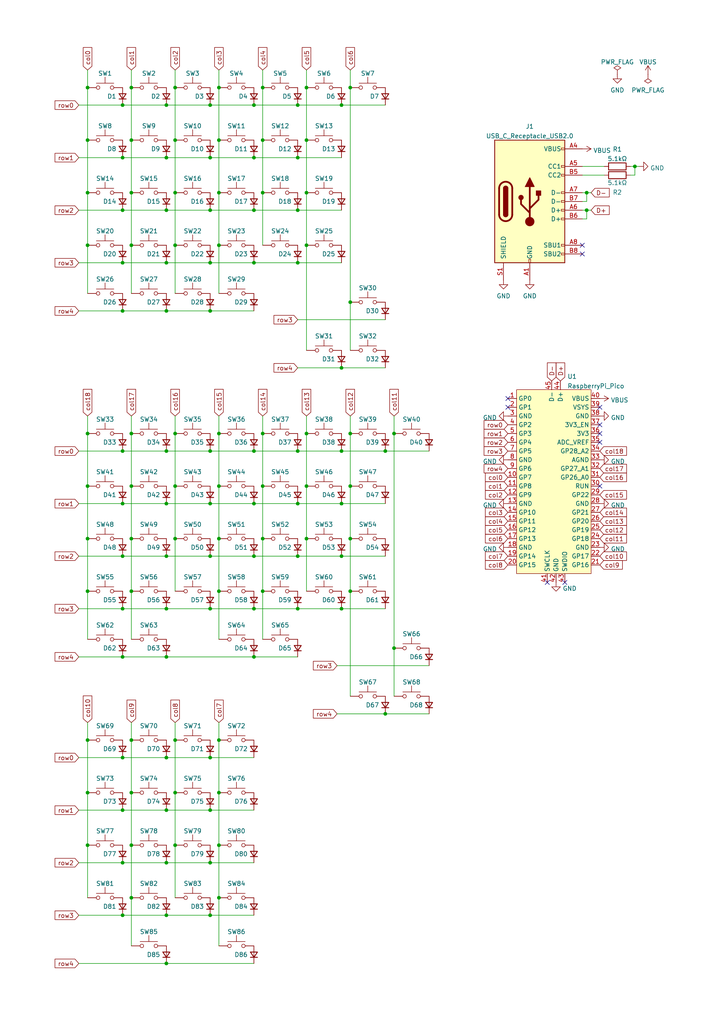
<source format=kicad_sch>
(kicad_sch (version 20211123) (generator eeschema)
  (paper "A4" portrait)
  (junction (at 38.1 214.63))
  (junction (at 25.4 40.64))
  (junction (at 38.1 71.12))
  (junction (at 101.6 171.45))
  (junction (at 99.06 106.68))
  (junction (at 50.8 229.87))
  (junction (at 35.56 60.96))
  (junction (at 35.56 265.43))
  (junction (at 50.8 25.4))
  (junction (at 60.96 130.81))
  (junction (at 170.18 55.88))
  (junction (at 60.96 90.17))
  (junction (at 48.26 219.71))
  (junction (at 184.15 48.26))
  (junction (at 38.1 125.73))
  (junction (at 114.3 187.96))
  (junction (at 48.26 190.5))
  (junction (at 99.06 146.05))
  (junction (at 88.9 55.88))
  (junction (at 35.56 219.71))
  (junction (at 63.5 156.21))
  (junction (at 35.56 130.81))
  (junction (at 50.8 71.12))
  (junction (at 86.36 76.2))
  (junction (at 88.9 125.73))
  (junction (at 76.2 156.21))
  (junction (at 35.56 250.19))
  (junction (at 63.5 140.97))
  (junction (at 88.9 40.64))
  (junction (at 50.8 140.97))
  (junction (at 73.66 190.5))
  (junction (at 35.56 161.29))
  (junction (at 38.1 245.11))
  (junction (at 60.96 30.48))
  (junction (at 111.76 207.01))
  (junction (at 101.6 25.4))
  (junction (at 73.66 146.05))
  (junction (at 35.56 76.2))
  (junction (at 76.2 125.73))
  (junction (at 170.18 60.96))
  (junction (at 48.26 130.81))
  (junction (at 38.1 260.35))
  (junction (at 86.36 30.48))
  (junction (at 50.8 156.21))
  (junction (at 38.1 140.97))
  (junction (at 88.9 140.97))
  (junction (at 76.2 40.64))
  (junction (at 63.5 71.12))
  (junction (at 76.2 25.4))
  (junction (at 99.06 161.29))
  (junction (at 60.96 60.96))
  (junction (at 25.4 156.21))
  (junction (at 50.8 125.73))
  (junction (at 35.56 146.05))
  (junction (at 73.66 60.96))
  (junction (at 50.8 40.64))
  (junction (at 73.66 161.29))
  (junction (at 73.66 76.2))
  (junction (at 60.96 146.05))
  (junction (at 38.1 171.45))
  (junction (at 60.96 161.29))
  (junction (at 63.5 40.64))
  (junction (at 114.3 125.73))
  (junction (at 48.26 234.95))
  (junction (at 63.5 25.4))
  (junction (at 48.26 146.05))
  (junction (at 99.06 30.48))
  (junction (at 99.06 130.81))
  (junction (at 86.36 45.72))
  (junction (at 35.56 45.72))
  (junction (at 48.26 161.29))
  (junction (at 25.4 171.45))
  (junction (at 25.4 25.4))
  (junction (at 48.26 60.96))
  (junction (at 63.5 55.88))
  (junction (at 63.5 245.11))
  (junction (at 101.6 156.21))
  (junction (at 50.8 55.88))
  (junction (at 25.4 55.88))
  (junction (at 60.96 76.2))
  (junction (at 35.56 30.48))
  (junction (at 35.56 176.53))
  (junction (at 101.6 140.97))
  (junction (at 86.36 176.53))
  (junction (at 38.1 25.4))
  (junction (at 48.26 30.48))
  (junction (at 76.2 171.45))
  (junction (at 101.6 125.73))
  (junction (at 50.8 245.11))
  (junction (at 63.5 125.73))
  (junction (at 73.66 130.81))
  (junction (at 35.56 90.17))
  (junction (at 25.4 245.11))
  (junction (at 88.9 71.12))
  (junction (at 60.96 219.71))
  (junction (at 88.9 25.4))
  (junction (at 63.5 229.87))
  (junction (at 86.36 146.05))
  (junction (at 48.26 265.43))
  (junction (at 38.1 55.88))
  (junction (at 48.26 250.19))
  (junction (at 76.2 140.97))
  (junction (at 99.06 176.53))
  (junction (at 48.26 90.17))
  (junction (at 86.36 161.29))
  (junction (at 73.66 45.72))
  (junction (at 25.4 140.97))
  (junction (at 38.1 156.21))
  (junction (at 60.96 265.43))
  (junction (at 38.1 40.64))
  (junction (at 60.96 45.72))
  (junction (at 50.8 214.63))
  (junction (at 60.96 250.19))
  (junction (at 63.5 214.63))
  (junction (at 48.26 45.72))
  (junction (at 60.96 176.53))
  (junction (at 48.26 76.2))
  (junction (at 25.4 125.73))
  (junction (at 60.96 234.95))
  (junction (at 73.66 30.48))
  (junction (at 86.36 130.81))
  (junction (at 48.26 176.53))
  (junction (at 111.76 130.81))
  (junction (at 101.6 87.63))
  (junction (at 88.9 156.21))
  (junction (at 73.66 176.53))
  (junction (at 25.4 214.63))
  (junction (at 76.2 55.88))
  (junction (at 25.4 229.87))
  (junction (at 38.1 229.87))
  (junction (at 86.36 60.96))
  (junction (at 35.56 190.5))
  (junction (at 25.4 71.12))
  (junction (at 48.26 279.4))
  (junction (at 63.5 171.45))
  (junction (at 63.5 260.35))
  (junction (at 35.56 234.95))
  (no_connect (at 173.99 118.11))
  (no_connect (at 173.99 123.19))
  (no_connect (at 173.99 125.73))
  (no_connect (at 173.99 128.27))
  (no_connect (at 173.99 140.97))
  (no_connect (at 147.32 115.57))
  (no_connect (at 147.32 118.11))
  (no_connect (at 158.75 168.91))
  (no_connect (at 163.83 168.91))
  (no_connect (at 168.91 71.12))
  (no_connect (at 168.91 73.66))
  (wire (pts (xy 63.5 125.73) (xy 63.5 140.97)))
  (wire (pts (xy 76.2 20.32) (xy 76.2 25.4)))
  (wire (pts (xy 76.2 55.88) (xy 76.2 71.12)))
  (wire (pts (xy 99.06 130.81) (xy 111.76 130.81)))
  (wire (pts (xy 50.8 229.87) (xy 50.8 245.11)))
  (wire (pts (xy 35.56 146.05) (xy 48.26 146.05)))
  (wire (pts (xy 50.8 55.88) (xy 50.8 71.12)))
  (wire (pts (xy 35.56 219.71) (xy 48.26 219.71)))
  (wire (pts (xy 88.9 40.64) (xy 88.9 55.88)))
  (wire (pts (xy 60.96 60.96) (xy 73.66 60.96)))
  (wire (pts (xy 48.26 60.96) (xy 60.96 60.96)))
  (wire (pts (xy 76.2 25.4) (xy 76.2 40.64)))
  (wire (pts (xy 111.76 207.01) (xy 124.46 207.01)))
  (wire (pts (xy 38.1 260.35) (xy 38.1 274.32)))
  (wire (pts (xy 88.9 156.21) (xy 88.9 171.45)))
  (wire (pts (xy 63.5 140.97) (xy 63.5 156.21)))
  (wire (pts (xy 63.5 214.63) (xy 63.5 229.87)))
  (wire (pts (xy 60.96 219.71) (xy 73.66 219.71)))
  (wire (pts (xy 48.26 146.05) (xy 60.96 146.05)))
  (wire (pts (xy 48.26 250.19) (xy 60.96 250.19)))
  (wire (pts (xy 60.96 250.19) (xy 73.66 250.19)))
  (wire (pts (xy 35.56 30.48) (xy 48.26 30.48)))
  (wire (pts (xy 101.6 20.32) (xy 101.6 25.4)))
  (wire (pts (xy 60.96 146.05) (xy 73.66 146.05)))
  (wire (pts (xy 60.96 234.95) (xy 73.66 234.95)))
  (wire (pts (xy 60.96 30.48) (xy 73.66 30.48)))
  (wire (pts (xy 25.4 20.32) (xy 25.4 25.4)))
  (wire (pts (xy 86.36 176.53) (xy 99.06 176.53)))
  (wire (pts (xy 170.18 55.88) (xy 170.18 58.42)))
  (wire (pts (xy 101.6 125.73) (xy 101.6 140.97)))
  (wire (pts (xy 86.36 45.72) (xy 99.06 45.72)))
  (wire (pts (xy 25.4 245.11) (xy 25.4 260.35)))
  (wire (pts (xy 38.1 140.97) (xy 38.1 156.21)))
  (wire (pts (xy 182.88 48.26) (xy 184.15 48.26)))
  (wire (pts (xy 182.88 50.8) (xy 184.15 50.8)))
  (wire (pts (xy 86.36 146.05) (xy 99.06 146.05)))
  (wire (pts (xy 25.4 71.12) (xy 25.4 85.09)))
  (wire (pts (xy 76.2 120.65) (xy 76.2 125.73)))
  (wire (pts (xy 25.4 55.88) (xy 25.4 71.12)))
  (wire (pts (xy 86.36 106.68) (xy 99.06 106.68)))
  (wire (pts (xy 25.4 156.21) (xy 25.4 171.45)))
  (wire (pts (xy 38.1 71.12) (xy 38.1 85.09)))
  (wire (pts (xy 22.86 130.81) (xy 35.56 130.81)))
  (wire (pts (xy 48.26 219.71) (xy 60.96 219.71)))
  (wire (pts (xy 86.36 92.71) (xy 111.76 92.71)))
  (wire (pts (xy 63.5 25.4) (xy 63.5 40.64)))
  (wire (pts (xy 60.96 161.29) (xy 73.66 161.29)))
  (wire (pts (xy 50.8 20.32) (xy 50.8 25.4)))
  (wire (pts (xy 25.4 209.55) (xy 25.4 214.63)))
  (wire (pts (xy 50.8 140.97) (xy 50.8 156.21)))
  (wire (pts (xy 35.56 190.5) (xy 48.26 190.5)))
  (wire (pts (xy 48.26 190.5) (xy 73.66 190.5)))
  (wire (pts (xy 168.91 63.5) (xy 170.18 63.5)))
  (wire (pts (xy 184.15 50.8) (xy 184.15 48.26)))
  (wire (pts (xy 25.4 171.45) (xy 25.4 185.42)))
  (wire (pts (xy 35.56 234.95) (xy 48.26 234.95)))
  (wire (pts (xy 35.56 60.96) (xy 48.26 60.96)))
  (wire (pts (xy 22.86 60.96) (xy 35.56 60.96)))
  (wire (pts (xy 25.4 25.4) (xy 25.4 40.64)))
  (wire (pts (xy 99.06 30.48) (xy 111.76 30.48)))
  (wire (pts (xy 48.26 265.43) (xy 60.96 265.43)))
  (wire (pts (xy 73.66 130.81) (xy 86.36 130.81)))
  (wire (pts (xy 22.86 90.17) (xy 35.56 90.17)))
  (wire (pts (xy 50.8 40.64) (xy 50.8 55.88)))
  (wire (pts (xy 22.86 279.4) (xy 48.26 279.4)))
  (wire (pts (xy 114.3 125.73) (xy 114.3 187.96)))
  (wire (pts (xy 88.9 125.73) (xy 88.9 140.97)))
  (wire (pts (xy 50.8 214.63) (xy 50.8 229.87)))
  (wire (pts (xy 76.2 171.45) (xy 76.2 185.42)))
  (wire (pts (xy 22.86 30.48) (xy 35.56 30.48)))
  (wire (pts (xy 86.36 76.2) (xy 99.06 76.2)))
  (wire (pts (xy 76.2 125.73) (xy 76.2 140.97)))
  (wire (pts (xy 88.9 25.4) (xy 88.9 40.64)))
  (wire (pts (xy 101.6 120.65) (xy 101.6 125.73)))
  (wire (pts (xy 35.56 265.43) (xy 48.26 265.43)))
  (wire (pts (xy 38.1 120.65) (xy 38.1 125.73)))
  (wire (pts (xy 25.4 40.64) (xy 25.4 55.88)))
  (wire (pts (xy 38.1 209.55) (xy 38.1 214.63)))
  (wire (pts (xy 22.86 250.19) (xy 35.56 250.19)))
  (wire (pts (xy 168.91 60.96) (xy 170.18 60.96)))
  (wire (pts (xy 22.86 76.2) (xy 35.56 76.2)))
  (wire (pts (xy 50.8 125.73) (xy 50.8 140.97)))
  (wire (pts (xy 88.9 20.32) (xy 88.9 25.4)))
  (wire (pts (xy 50.8 245.11) (xy 50.8 260.35)))
  (wire (pts (xy 111.76 130.81) (xy 124.46 130.81)))
  (wire (pts (xy 101.6 156.21) (xy 101.6 171.45)))
  (wire (pts (xy 50.8 156.21) (xy 50.8 171.45)))
  (wire (pts (xy 76.2 140.97) (xy 76.2 156.21)))
  (wire (pts (xy 88.9 55.88) (xy 88.9 71.12)))
  (wire (pts (xy 25.4 140.97) (xy 25.4 156.21)))
  (wire (pts (xy 86.36 161.29) (xy 99.06 161.29)))
  (wire (pts (xy 99.06 106.68) (xy 111.76 106.68)))
  (wire (pts (xy 101.6 87.63) (xy 101.6 101.6)))
  (wire (pts (xy 38.1 55.88) (xy 38.1 71.12)))
  (wire (pts (xy 63.5 245.11) (xy 63.5 260.35)))
  (wire (pts (xy 25.4 125.73) (xy 25.4 140.97)))
  (wire (pts (xy 38.1 125.73) (xy 38.1 140.97)))
  (wire (pts (xy 101.6 171.45) (xy 101.6 201.93)))
  (wire (pts (xy 22.86 265.43) (xy 35.56 265.43)))
  (wire (pts (xy 38.1 171.45) (xy 38.1 185.42)))
  (wire (pts (xy 73.66 45.72) (xy 86.36 45.72)))
  (wire (pts (xy 48.26 161.29) (xy 60.96 161.29)))
  (wire (pts (xy 48.26 176.53) (xy 60.96 176.53)))
  (wire (pts (xy 101.6 25.4) (xy 101.6 87.63)))
  (wire (pts (xy 63.5 55.88) (xy 63.5 71.12)))
  (wire (pts (xy 99.06 146.05) (xy 111.76 146.05)))
  (wire (pts (xy 22.86 176.53) (xy 35.56 176.53)))
  (wire (pts (xy 60.96 45.72) (xy 73.66 45.72)))
  (wire (pts (xy 35.56 76.2) (xy 48.26 76.2)))
  (wire (pts (xy 38.1 20.32) (xy 38.1 25.4)))
  (wire (pts (xy 97.79 193.04) (xy 124.46 193.04)))
  (wire (pts (xy 63.5 229.87) (xy 63.5 245.11)))
  (wire (pts (xy 38.1 40.64) (xy 38.1 55.88)))
  (wire (pts (xy 63.5 260.35) (xy 63.5 274.32)))
  (wire (pts (xy 60.96 76.2) (xy 73.66 76.2)))
  (wire (pts (xy 48.26 234.95) (xy 60.96 234.95)))
  (wire (pts (xy 97.79 207.01) (xy 111.76 207.01)))
  (wire (pts (xy 88.9 120.65) (xy 88.9 125.73)))
  (wire (pts (xy 50.8 25.4) (xy 50.8 40.64)))
  (wire (pts (xy 86.36 130.81) (xy 99.06 130.81)))
  (wire (pts (xy 170.18 63.5) (xy 170.18 60.96)))
  (wire (pts (xy 99.06 176.53) (xy 111.76 176.53)))
  (wire (pts (xy 35.56 161.29) (xy 48.26 161.29)))
  (wire (pts (xy 22.86 219.71) (xy 35.56 219.71)))
  (wire (pts (xy 99.06 161.29) (xy 111.76 161.29)))
  (wire (pts (xy 25.4 214.63) (xy 25.4 229.87)))
  (wire (pts (xy 35.56 176.53) (xy 48.26 176.53)))
  (wire (pts (xy 25.4 229.87) (xy 25.4 245.11)))
  (wire (pts (xy 22.86 190.5) (xy 35.56 190.5)))
  (wire (pts (xy 48.26 90.17) (xy 60.96 90.17)))
  (wire (pts (xy 38.1 229.87) (xy 38.1 245.11)))
  (wire (pts (xy 168.91 50.8) (xy 175.26 50.8)))
  (wire (pts (xy 63.5 209.55) (xy 63.5 214.63)))
  (wire (pts (xy 38.1 245.11) (xy 38.1 260.35)))
  (wire (pts (xy 73.66 30.48) (xy 86.36 30.48)))
  (wire (pts (xy 60.96 176.53) (xy 73.66 176.53)))
  (wire (pts (xy 48.26 76.2) (xy 60.96 76.2)))
  (wire (pts (xy 73.66 76.2) (xy 86.36 76.2)))
  (wire (pts (xy 170.18 55.88) (xy 168.91 55.88)))
  (wire (pts (xy 50.8 120.65) (xy 50.8 125.73)))
  (wire (pts (xy 88.9 140.97) (xy 88.9 156.21)))
  (wire (pts (xy 38.1 25.4) (xy 38.1 40.64)))
  (wire (pts (xy 168.91 58.42) (xy 170.18 58.42)))
  (wire (pts (xy 35.56 250.19) (xy 48.26 250.19)))
  (wire (pts (xy 86.36 60.96) (xy 99.06 60.96)))
  (wire (pts (xy 35.56 130.81) (xy 48.26 130.81)))
  (wire (pts (xy 88.9 71.12) (xy 88.9 101.6)))
  (wire (pts (xy 48.26 30.48) (xy 60.96 30.48)))
  (wire (pts (xy 63.5 156.21) (xy 63.5 171.45)))
  (wire (pts (xy 22.86 234.95) (xy 35.56 234.95)))
  (wire (pts (xy 184.15 48.26) (xy 185.42 48.26)))
  (wire (pts (xy 76.2 156.21) (xy 76.2 171.45)))
  (wire (pts (xy 73.66 190.5) (xy 86.36 190.5)))
  (wire (pts (xy 63.5 171.45) (xy 63.5 185.42)))
  (wire (pts (xy 22.86 146.05) (xy 35.56 146.05)))
  (wire (pts (xy 170.18 60.96) (xy 171.45 60.96)))
  (wire (pts (xy 25.4 120.65) (xy 25.4 125.73)))
  (wire (pts (xy 114.3 120.65) (xy 114.3 125.73)))
  (wire (pts (xy 48.26 45.72) (xy 60.96 45.72)))
  (wire (pts (xy 50.8 71.12) (xy 50.8 85.09)))
  (wire (pts (xy 35.56 45.72) (xy 48.26 45.72)))
  (wire (pts (xy 38.1 214.63) (xy 38.1 229.87)))
  (wire (pts (xy 73.66 146.05) (xy 86.36 146.05)))
  (wire (pts (xy 63.5 40.64) (xy 63.5 55.88)))
  (wire (pts (xy 60.96 130.81) (xy 73.66 130.81)))
  (wire (pts (xy 50.8 209.55) (xy 50.8 214.63)))
  (wire (pts (xy 48.26 279.4) (xy 73.66 279.4)))
  (wire (pts (xy 63.5 71.12) (xy 63.5 85.09)))
  (wire (pts (xy 114.3 187.96) (xy 114.3 201.93)))
  (wire (pts (xy 86.36 30.48) (xy 99.06 30.48)))
  (wire (pts (xy 73.66 161.29) (xy 86.36 161.29)))
  (wire (pts (xy 101.6 140.97) (xy 101.6 156.21)))
  (wire (pts (xy 76.2 40.64) (xy 76.2 55.88)))
  (wire (pts (xy 63.5 20.32) (xy 63.5 25.4)))
  (wire (pts (xy 48.26 130.81) (xy 60.96 130.81)))
  (wire (pts (xy 35.56 90.17) (xy 48.26 90.17)))
  (wire (pts (xy 73.66 60.96) (xy 86.36 60.96)))
  (wire (pts (xy 60.96 265.43) (xy 73.66 265.43)))
  (wire (pts (xy 60.96 90.17) (xy 73.66 90.17)))
  (wire (pts (xy 22.86 161.29) (xy 35.56 161.29)))
  (wire (pts (xy 63.5 120.65) (xy 63.5 125.73)))
  (wire (pts (xy 38.1 156.21) (xy 38.1 171.45)))
  (wire (pts (xy 171.45 55.88) (xy 170.18 55.88)))
  (wire (pts (xy 168.91 48.26) (xy 175.26 48.26)))
  (wire (pts (xy 73.66 176.53) (xy 86.36 176.53)))
  (wire (pts (xy 22.86 45.72) (xy 35.56 45.72)))
  (global_label "col17" (shape input) (at 173.99 135.89 0) (property "Intersheet References" "${INTERSHEET_REFS}" (effects hide)))
  (global_label "col11" (shape input) (at 173.99 156.21 0) (property "Intersheet References" "${INTERSHEET_REFS}" (effects hide)))
  (global_label "col4" (shape input) (at 147.32 151.13 180) (property "Intersheet References" "${INTERSHEET_REFS}" (effects hide)))
  (global_label "col11" (shape input) (at 114.3 120.65 90) (property "Intersheet References" "${INTERSHEET_REFS}" (effects hide)))
  (global_label "row2" (shape input) (at 22.86 250.19 180) (property "Intersheet References" "${INTERSHEET_REFS}" (effects hide)))
  (global_label "row1" (shape input) (at 22.86 234.95 180) (property "Intersheet References" "${INTERSHEET_REFS}" (effects hide)))
  (global_label "row4" (shape input) (at 22.86 279.4 180) (property "Intersheet References" "${INTERSHEET_REFS}" (effects hide)))
  (global_label "col5" (shape input) (at 88.9 20.32 90) (property "Intersheet References" "${INTERSHEET_REFS}" (effects hide)))
  (global_label "row0" (shape input) (at 22.86 130.81 180) (property "Intersheet References" "${INTERSHEET_REFS}" (effects hide)))
  (global_label "col1" (shape input) (at 38.1 20.32 90) (property "Intersheet References" "${INTERSHEET_REFS}" (effects hide)))
  (global_label "row1" (shape input) (at 22.86 146.05 180) (property "Intersheet References" "${INTERSHEET_REFS}" (effects hide)))
  (global_label "row4" (shape input) (at 22.86 90.17 180) (property "Intersheet References" "${INTERSHEET_REFS}" (effects hide)))
  (global_label "row3" (shape input) (at 97.79 193.04 180) (property "Intersheet References" "${INTERSHEET_REFS}" (effects hide)))
  (global_label "col5" (shape input) (at 147.32 153.67 180) (property "Intersheet References" "${INTERSHEET_REFS}" (effects hide)))
  (global_label "col9" (shape input) (at 173.99 163.83 0) (property "Intersheet References" "${INTERSHEET_REFS}" (effects hide)))
  (global_label "col7" (shape input) (at 63.5 209.55 90) (property "Intersheet References" "${INTERSHEET_REFS}" (effects hide)))
  (global_label "row0" (shape input) (at 22.86 219.71 180) (property "Intersheet References" "${INTERSHEET_REFS}" (effects hide)))
  (global_label "D+" (shape input) (at 162.56 110.49 90) (property "Intersheet References" "${INTERSHEET_REFS}" (effects hide)))
  (global_label "col13" (shape input) (at 173.99 151.13 0) (property "Intersheet References" "${INTERSHEET_REFS}" (effects hide)))
  (global_label "col18" (shape input) (at 173.99 130.81 0) (property "Intersheet References" "${INTERSHEET_REFS}" (effects hide)))
  (global_label "row1" (shape input) (at 22.86 45.72 180) (property "Intersheet References" "${INTERSHEET_REFS}" (effects hide)))
  (global_label "col3" (shape input) (at 147.32 148.59 180) (property "Intersheet References" "${INTERSHEET_REFS}" (effects hide)))
  (global_label "D-" (shape input) (at 160.02 110.49 90) (property "Intersheet References" "${INTERSHEET_REFS}" (effects hide)))
  (global_label "row0" (shape input) (at 22.86 30.48 180) (property "Intersheet References" "${INTERSHEET_REFS}" (effects hide)))
  (global_label "row3" (shape input) (at 22.86 176.53 180) (property "Intersheet References" "${INTERSHEET_REFS}" (effects hide)))
  (global_label "row4" (shape input) (at 86.36 106.68 180) (property "Intersheet References" "${INTERSHEET_REFS}" (effects hide)))
  (global_label "col15" (shape input) (at 173.99 143.51 0) (property "Intersheet References" "${INTERSHEET_REFS}" (effects hide)))
  (global_label "row4" (shape input) (at 97.79 207.01 180) (property "Intersheet References" "${INTERSHEET_REFS}" (effects hide)))
  (global_label "col7" (shape input) (at 147.32 161.29 180) (property "Intersheet References" "${INTERSHEET_REFS}" (effects hide)))
  (global_label "row2" (shape input) (at 147.32 128.27 180) (property "Intersheet References" "${INTERSHEET_REFS}" (effects hide)))
  (global_label "col10" (shape input) (at 25.4 209.55 90) (property "Intersheet References" "${INTERSHEET_REFS}" (effects hide)))
  (global_label "col15" (shape input) (at 63.5 120.65 90) (property "Intersheet References" "${INTERSHEET_REFS}" (effects hide)))
  (global_label "col18" (shape input) (at 25.4 120.65 90) (property "Intersheet References" "${INTERSHEET_REFS}" (effects hide)))
  (global_label "col14" (shape input) (at 76.2 120.65 90) (property "Intersheet References" "${INTERSHEET_REFS}" (effects hide)))
  (global_label "col1" (shape input) (at 147.32 140.97 180) (property "Intersheet References" "${INTERSHEET_REFS}" (effects hide)))
  (global_label "row3" (shape input) (at 22.86 265.43 180) (property "Intersheet References" "${INTERSHEET_REFS}" (effects hide)))
  (global_label "col2" (shape input) (at 147.32 143.51 180) (property "Intersheet References" "${INTERSHEET_REFS}" (effects hide)))
  (global_label "row1" (shape input) (at 147.32 125.73 180) (property "Intersheet References" "${INTERSHEET_REFS}" (effects hide)))
  (global_label "col12" (shape input) (at 101.6 120.65 90) (property "Intersheet References" "${INTERSHEET_REFS}" (effects hide)))
  (global_label "col8" (shape input) (at 147.32 163.83 180) (property "Intersheet References" "${INTERSHEET_REFS}" (effects hide)))
  (global_label "row4" (shape input) (at 22.86 190.5 180) (property "Intersheet References" "${INTERSHEET_REFS}" (effects hide)))
  (global_label "col14" (shape input) (at 173.99 148.59 0) (property "Intersheet References" "${INTERSHEET_REFS}" (effects hide)))
  (global_label "row3" (shape input) (at 86.36 92.71 180) (property "Intersheet References" "${INTERSHEET_REFS}" (effects hide)))
  (global_label "row4" (shape input) (at 147.32 135.89 180) (property "Intersheet References" "${INTERSHEET_REFS}" (effects hide)))
  (global_label "row2" (shape input) (at 22.86 161.29 180) (property "Intersheet References" "${INTERSHEET_REFS}" (effects hide)))
  (global_label "col13" (shape input) (at 88.9 120.65 90) (property "Intersheet References" "${INTERSHEET_REFS}" (effects hide)))
  (global_label "row3" (shape input) (at 22.86 76.2 180) (property "Intersheet References" "${INTERSHEET_REFS}" (effects hide)))
  (global_label "col16" (shape input) (at 173.99 138.43 0) (property "Intersheet References" "${INTERSHEET_REFS}" (effects hide)))
  (global_label "col0" (shape input) (at 147.32 138.43 180) (property "Intersheet References" "${INTERSHEET_REFS}" (effects hide)))
  (global_label "col6" (shape input) (at 101.6 20.32 90) (property "Intersheet References" "${INTERSHEET_REFS}" (effects hide)))
  (global_label "row2" (shape input) (at 22.86 60.96 180) (property "Intersheet References" "${INTERSHEET_REFS}" (effects hide)))
  (global_label "col0" (shape input) (at 25.4 20.32 90) (property "Intersheet References" "${INTERSHEET_REFS}" (effects hide)))
  (global_label "row3" (shape input) (at 147.32 130.81 180) (property "Intersheet References" "${INTERSHEET_REFS}" (effects hide)))
  (global_label "col3" (shape input) (at 63.5 20.32 90) (property "Intersheet References" "${INTERSHEET_REFS}" (effects hide)))
  (global_label "col17" (shape input) (at 38.1 120.65 90) (property "Intersheet References" "${INTERSHEET_REFS}" (effects hide)))
  (global_label "col16" (shape input) (at 50.8 120.65 90) (property "Intersheet References" "${INTERSHEET_REFS}" (effects hide)))
  (global_label "D-" (shape input) (at 171.45 55.88 0) (property "Intersheet References" "${INTERSHEET_REFS}" (effects hide)))
  (global_label "col2" (shape input) (at 50.8 20.32 90) (property "Intersheet References" "${INTERSHEET_REFS}" (effects hide)))
  (global_label "col4" (shape input) (at 76.2 20.32 90) (property "Intersheet References" "${INTERSHEET_REFS}" (effects hide)))
  (global_label "D+" (shape input) (at 171.45 60.96 0) (property "Intersheet References" "${INTERSHEET_REFS}" (effects hide)))
  (global_label "col6" (shape input) (at 147.32 156.21 180) (property "Intersheet References" "${INTERSHEET_REFS}" (effects hide)))
  (global_label "col12" (shape input) (at 173.99 153.67 0) (property "Intersheet References" "${INTERSHEET_REFS}" (effects hide)))
  (global_label "col8" (shape input) (at 50.8 209.55 90) (property "Intersheet References" "${INTERSHEET_REFS}" (effects hide)))
  (global_label "col10" (shape input) (at 173.99 161.29 0) (property "Intersheet References" "${INTERSHEET_REFS}" (effects hide)))
  (global_label "col9" (shape input) (at 38.1 209.55 90) (property "Intersheet References" "${INTERSHEET_REFS}" (effects hide)))
  (global_label "row0" (shape input) (at 147.32 123.19 180) (property "Intersheet References" "${INTERSHEET_REFS}" (effects hide)))
  (symbol (lib_id "Switch:SW_Push") (at 81.28 25.4 0) (unit 1)
    (property "Reference" "SW5" (at 81.28 21.2876 0))
    (property "Value" "SW_Push" (effects hide))
    (property "Footprint" "concentric85:MX_1.00u_Hotswap" (effects hide))
  )
  (symbol (lib_id "Device:D_Small") (at 111.76 173.99 270) (mirror x) (unit 1)
    (property "Reference" "D61" (at 109.982 173.99 90) (effects (justify right)))
    (property "Value" "D_Small" (effects hide))
    (property "Footprint" "concentric85:D3_SMD" (effects hide))
  )
  (symbol (lib_id "Device:D_Small") (at 35.56 173.99 270) (mirror x) (unit 1)
    (property "Reference" "D55" (at 33.782 173.99 90) (effects (justify right)))
    (property "Value" "D_Small" (effects hide))
    (property "Footprint" "concentric85:D3_SMD" (effects hide))
  )
  (symbol (lib_id "Device:D_Small") (at 73.66 27.94 270) (mirror x) (unit 1)
    (property "Reference" "D4" (at 71.882 27.94 90) (effects (justify right)))
    (property "Value" "D_Small" (effects hide))
    (property "Footprint" "concentric85:D3_SMD" (effects hide))
  )
  (symbol (lib_id "Device:D_Small") (at 111.76 128.27 270) (mirror x) (unit 1)
    (property "Reference" "D39" (at 109.982 128.27 90) (effects (justify right)))
    (property "Value" "D_Small" (effects hide))
    (property "Footprint" "concentric85:D3_SMD" (effects hide))
  )
  (symbol (lib_id "Switch:SW_Push") (at 68.58 71.12 0) (unit 1)
    (property "Reference" "SW23" (at 68.58 67.0076 0))
    (property "Value" "SW_Push" (effects hide))
    (property "Footprint" "concentric85:MX_1.00u_Hotswap" (effects hide))
  )
  (symbol (lib_id "Switch:SW_Push") (at 30.48 125.73 0) (unit 1)
    (property "Reference" "SW33" (at 30.48 121.6176 0))
    (property "Value" "SW_Push" (effects hide))
    (property "Footprint" "concentric85:MX_1.00u_Hotswap" (effects hide))
  )
  (symbol (lib_id "Device:D_Small") (at 60.96 232.41 270) (mirror x) (unit 1)
    (property "Reference" "D75" (at 59.182 232.41 90) (effects (justify right)))
    (property "Value" "D_Small" (effects hide))
    (property "Footprint" "concentric85:D3_SMD" (effects hide))
  )
  (symbol (lib_id "Device:D_Small") (at 73.66 43.18 270) (mirror x) (unit 1)
    (property "Reference" "D11" (at 71.882 43.18 90) (effects (justify right)))
    (property "Value" "D_Small" (effects hide))
    (property "Footprint" "concentric85:D3_SMD" (effects hide))
  )
  (symbol (lib_id "Device:D_Small") (at 35.56 73.66 270) (mirror x) (unit 1)
    (property "Reference" "D20" (at 33.782 73.66 90) (effects (justify right)))
    (property "Value" "D_Small" (effects hide))
    (property "Footprint" "concentric85:D3_SMD" (effects hide))
  )
  (symbol (lib_id "Switch:SW_Push") (at 68.58 229.87 0) (unit 1)
    (property "Reference" "SW76" (at 68.58 225.7576 0))
    (property "Value" "SW_Push" (effects hide))
    (property "Footprint" "concentric85:MX_1.00u_Hotswap" (effects hide))
  )
  (symbol (lib_id "power:VBUS") (at 187.96 21.59 0) (unit 1)
    (property "Reference" "#PWR02" (effects hide))
    (property "Value" "VBUS" (at 187.96 17.9855 0))
  )
  (symbol (lib_id "Switch:SW_Push") (at 30.48 85.09 0) (unit 1)
    (property "Reference" "SW26" (at 30.48 80.9776 0))
    (property "Value" "SW_Push" (effects hide))
    (property "Footprint" "concentric85:MX_1.50u_Hotswap" (effects hide))
  )
  (symbol (lib_id "Device:D_Small") (at 35.56 187.96 270) (mirror x) (unit 1)
    (property "Reference" "D62" (at 33.782 187.96 90) (effects (justify right)))
    (property "Value" "D_Small" (effects hide))
    (property "Footprint" "concentric85:D3_SMD" (effects hide))
  )
  (symbol (lib_id "power:GND") (at 161.29 168.91 0) (unit 1)
    (property "Reference" "#PWR016" (effects hide))
    (property "Value" "GND" (at 163.195 170.659 0) (effects (justify left)))
  )
  (symbol (lib_id "Switch:SW_Push") (at 93.98 55.88 0) (unit 1)
    (property "Reference" "SW19" (at 93.98 51.7676 0))
    (property "Value" "SW_Push" (effects hide))
    (property "Footprint" "concentric85:MX_1.00u_Hotswap" (effects hide))
  )
  (symbol (lib_id "Switch:SW_Push") (at 68.58 40.64 0) (unit 1)
    (property "Reference" "SW11" (at 68.58 36.5276 0))
    (property "Value" "SW_Push" (effects hide))
    (property "Footprint" "concentric85:MX_1.00u_Hotswap" (effects hide))
  )
  (symbol (lib_id "Device:D_Small") (at 86.36 173.99 270) (mirror x) (unit 1)
    (property "Reference" "D59" (at 84.582 173.99 90) (effects (justify right)))
    (property "Value" "D_Small" (effects hide))
    (property "Footprint" "concentric85:D3_SMD" (effects hide))
  )
  (symbol (lib_id "Switch:SW_Push") (at 93.98 40.64 0) (unit 1)
    (property "Reference" "SW13" (at 93.98 36.5276 0))
    (property "Value" "SW_Push" (effects hide))
    (property "Footprint" "concentric85:MX_1.00u_Hotswap" (effects hide))
  )
  (symbol (lib_id "power:GND") (at 173.99 158.75 90) (unit 1)
    (property "Reference" "#PWR015" (effects hide))
    (property "Value" "GND" (at 177.165 159.229 90) (effects (justify right)))
  )
  (symbol (lib_id "Device:D_Small") (at 35.56 232.41 270) (mirror x) (unit 1)
    (property "Reference" "D73" (at 33.782 232.41 90) (effects (justify right)))
    (property "Value" "D_Small" (effects hide))
    (property "Footprint" "concentric85:D3_SMD" (effects hide))
  )
  (symbol (lib_id "Device:D_Small") (at 60.96 217.17 270) (mirror x) (unit 1)
    (property "Reference" "D71" (at 59.182 217.17 90) (effects (justify right)))
    (property "Value" "D_Small" (effects hide))
    (property "Footprint" "concentric85:D3_SMD" (effects hide))
  )
  (symbol (lib_id "Device:D_Small") (at 60.96 143.51 270) (mirror x) (unit 1)
    (property "Reference" "D43" (at 59.182 143.51 90) (effects (justify right)))
    (property "Value" "D_Small" (effects hide))
    (property "Footprint" "concentric85:D3_SMD" (effects hide))
  )
  (symbol (lib_id "Switch:SW_Push") (at 55.88 214.63 0) (unit 1)
    (property "Reference" "SW71" (at 55.88 210.5176 0))
    (property "Value" "SW_Push" (effects hide))
    (property "Footprint" "concentric85:MX_1.00u_Hotswap" (effects hide))
  )
  (symbol (lib_id "Device:D_Small") (at 99.06 104.14 270) (mirror x) (unit 1)
    (property "Reference" "D31" (at 97.282 104.14 90) (effects (justify right)))
    (property "Value" "D_Small" (effects hide))
    (property "Footprint" "concentric85:D3_SMD" (effects hide))
  )
  (symbol (lib_id "Switch:SW_Push") (at 43.18 214.63 0) (unit 1)
    (property "Reference" "SW70" (at 43.18 210.5176 0))
    (property "Value" "SW_Push" (effects hide))
    (property "Footprint" "concentric85:MX_1.00u_Hotswap" (effects hide))
  )
  (symbol (lib_id "power:GND") (at 147.32 146.05 270) (unit 1)
    (property "Reference" "#PWR012" (effects hide))
    (property "Value" "GND" (at 144.1451 146.529 90) (effects (justify right)))
  )
  (symbol (lib_id "Switch:SW_Push") (at 55.88 40.64 0) (unit 1)
    (property "Reference" "SW10" (at 55.88 36.5276 0))
    (property "Value" "SW_Push" (effects hide))
    (property "Footprint" "concentric85:MX_1.00u_Hotswap" (effects hide))
  )
  (symbol (lib_id "Switch:SW_Push") (at 30.48 214.63 0) (unit 1)
    (property "Reference" "SW69" (at 30.48 210.5176 0))
    (property "Value" "SW_Push" (effects hide))
    (property "Footprint" "concentric85:MX_1.00u_Hotswap" (effects hide))
  )
  (symbol (lib_id "Switch:SW_Push") (at 93.98 171.45 0) (unit 1)
    (property "Reference" "SW60" (at 93.98 167.3376 0))
    (property "Value" "SW_Push" (effects hide))
    (property "Footprint" "concentric85:MX_1.00u_Hotswap" (effects hide))
  )
  (symbol (lib_id "Switch:SW_Push") (at 68.58 85.09 0) (unit 1)
    (property "Reference" "SW29" (at 68.58 80.9776 0))
    (property "Value" "SW_Push" (effects hide))
    (property "Footprint" "concentric85:MX_1.50u_Hotswap" (effects hide))
  )
  (symbol (lib_id "Device:D_Small") (at 35.56 128.27 270) (mirror x) (unit 1)
    (property "Reference" "D33" (at 33.782 128.27 90) (effects (justify right)))
    (property "Value" "D_Small" (effects hide))
    (property "Footprint" "concentric85:D3_SMD" (effects hide))
  )
  (symbol (lib_id "Switch:SW_Push") (at 55.88 71.12 0) (unit 1)
    (property "Reference" "SW22" (at 55.88 67.0076 0))
    (property "Value" "SW_Push" (effects hide))
    (property "Footprint" "concentric85:MX_1.00u_Hotswap" (effects hide))
  )
  (symbol (lib_id "Device:D_Small") (at 48.26 58.42 270) (mirror x) (unit 1)
    (property "Reference" "D15" (at 46.482 58.42 90) (effects (justify right)))
    (property "Value" "D_Small" (effects hide))
    (property "Footprint" "concentric85:D3_SMD" (effects hide))
  )
  (symbol (lib_id "Switch:SW_Push") (at 43.18 40.64 0) (unit 1)
    (property "Reference" "SW9" (at 43.18 36.5276 0))
    (property "Value" "SW_Push" (effects hide))
    (property "Footprint" "concentric85:MX_1.00u_Hotswap" (effects hide))
  )
  (symbol (lib_id "Device:D_Small") (at 73.66 187.96 270) (mirror x) (unit 1)
    (property "Reference" "D64" (at 71.882 187.96 90) (effects (justify right)))
    (property "Value" "D_Small" (effects hide))
    (property "Footprint" "concentric85:D3_SMD" (effects hide))
  )
  (symbol (lib_id "Connector:USB_C_Receptacle_USB2.0") (at 153.67 58.42 0) (unit 1)
    (property "Reference" "J1" (at 153.67 36.6735 0))
    (property "Value" "USB_C_Receptacle_USB2.0" (at 153.67 39.4486 0))
    (property "Footprint" "Connector_USB:USB_C_Receptacle_GCT_USB4085" (effects hide))
    (property "Datasheet" "https://www.usb.org/sites/default/files/documents/usb_type-c.zip" (effects hide))
  )
  (symbol (lib_id "Device:D_Small") (at 60.96 27.94 270) (mirror x) (unit 1)
    (property "Reference" "D3" (at 59.182 27.94 90) (effects (justify right)))
    (property "Value" "D_Small" (effects hide))
    (property "Footprint" "concentric85:D3_SMD" (effects hide))
  )
  (symbol (lib_id "Switch:SW_Push") (at 55.88 245.11 0) (unit 1)
    (property "Reference" "SW79" (at 55.88 240.9976 0))
    (property "Value" "SW_Push" (effects hide))
    (property "Footprint" "concentric85:MX_1.00u_Hotswap" (effects hide))
  )
  (symbol (lib_id "Switch:SW_Push") (at 68.58 171.45 0) (unit 1)
    (property "Reference" "SW58" (at 68.58 167.3376 0))
    (property "Value" "SW_Push" (effects hide))
    (property "Footprint" "concentric85:MX_1.00u_Hotswap" (effects hide))
  )
  (symbol (lib_id "Switch:SW_Push") (at 30.48 156.21 0) (unit 1)
    (property "Reference" "SW48" (at 30.48 152.0976 0))
    (property "Value" "SW_Push" (effects hide))
    (property "Footprint" "concentric85:MX_1.00u_Hotswap" (effects hide))
  )
  (symbol (lib_id "power:GND") (at 173.99 133.35 90) (unit 1)
    (property "Reference" "#PWR011" (effects hide))
    (property "Value" "GND" (at 177.165 133.829 90) (effects (justify right)))
  )
  (symbol (lib_id "Switch:SW_Push") (at 68.58 156.21 0) (unit 1)
    (property "Reference" "SW51" (at 68.58 152.0976 0))
    (property "Value" "SW_Push" (effects hide))
    (property "Footprint" "concentric85:MX_1.00u_Hotswap" (effects hide))
  )
  (symbol (lib_id "Device:D_Small") (at 35.56 27.94 270) (mirror x) (unit 1)
    (property "Reference" "D1" (at 33.782 27.94 90) (effects (justify right)))
    (property "Value" "D_Small" (effects hide))
    (property "Footprint" "concentric85:D3_SMD" (effects hide))
  )
  (symbol (lib_id "Switch:SW_Push") (at 55.88 156.21 0) (unit 1)
    (property "Reference" "SW50" (at 55.88 152.0976 0))
    (property "Value" "SW_Push" (effects hide))
    (property "Footprint" "concentric85:MX_1.00u_Hotswap" (effects hide))
  )
  (symbol (lib_id "Device:D_Small") (at 60.96 87.63 270) (mirror x) (unit 1)
    (property "Reference" "D28" (at 59.182 87.63 90) (effects (justify right)))
    (property "Value" "D_Small" (effects hide))
    (property "Footprint" "concentric85:D3_SMD" (effects hide))
  )
  (symbol (lib_id "Switch:SW_Push") (at 43.18 274.32 0) (unit 1)
    (property "Reference" "SW85" (at 43.18 270.2076 0))
    (property "Value" "SW_Push" (effects hide))
    (property "Footprint" "concentric85:MX_1.00u_Hotswap" (effects hide))
  )
  (symbol (lib_id "Switch:SW_Push") (at 93.98 25.4 0) (unit 1)
    (property "Reference" "SW6" (at 93.98 21.2876 0))
    (property "Value" "SW_Push" (effects hide))
    (property "Footprint" "concentric85:MX_1.00u_Hotswap" (effects hide))
  )
  (symbol (lib_id "Device:D_Small") (at 35.56 87.63 270) (mirror x) (unit 1)
    (property "Reference" "D26" (at 33.782 87.63 90) (effects (justify right)))
    (property "Value" "D_Small" (effects hide))
    (property "Footprint" "concentric85:D3_SMD" (effects hide))
  )
  (symbol (lib_id "Switch:SW_Push") (at 93.98 101.6 0) (unit 1)
    (property "Reference" "SW31" (at 93.98 97.4876 0))
    (property "Value" "SW_Push" (effects hide))
    (property "Footprint" "concentric85:MX_1.00u_Hotswap" (effects hide))
  )
  (symbol (lib_id "Switch:SW_Push") (at 68.58 140.97 0) (unit 1)
    (property "Reference" "SW44" (at 68.58 136.8576 0))
    (property "Value" "SW_Push" (effects hide))
    (property "Footprint" "concentric85:MX_1.00u_Hotswap" (effects hide))
  )
  (symbol (lib_id "Switch:SW_Push") (at 55.88 25.4 0) (unit 1)
    (property "Reference" "SW3" (at 55.88 21.2876 0))
    (property "Value" "SW_Push" (effects hide))
    (property "Footprint" "concentric85:MX_1.00u_Hotswap" (effects hide))
  )
  (symbol (lib_id "Device:D_Small") (at 48.26 173.99 270) (mirror x) (unit 1)
    (property "Reference" "D56" (at 46.482 173.99 90) (effects (justify right)))
    (property "Value" "D_Small" (effects hide))
    (property "Footprint" "concentric85:D3_SMD" (effects hide))
  )
  (symbol (lib_id "power:GND") (at 185.42 48.26 90) (unit 1)
    (property "Reference" "#PWR04" (effects hide))
    (property "Value" "GND" (at 188.595 48.739 90) (effects (justify right)))
  )
  (symbol (lib_id "Device:D_Small") (at 73.66 143.51 270) (mirror x) (unit 1)
    (property "Reference" "D44" (at 71.882 143.51 90) (effects (justify right)))
    (property "Value" "D_Small" (effects hide))
    (property "Footprint" "concentric85:D3_SMD" (effects hide))
  )
  (symbol (lib_id "Switch:SW_Push") (at 81.28 55.88 0) (unit 1)
    (property "Reference" "SW18" (at 81.28 51.7676 0))
    (property "Value" "SW_Push" (effects hide))
    (property "Footprint" "concentric85:MX_1.00u_Hotswap" (effects hide))
  )
  (symbol (lib_id "Switch:SW_Push") (at 43.18 71.12 0) (unit 1)
    (property "Reference" "SW21" (at 43.18 67.0076 0))
    (property "Value" "SW_Push" (effects hide))
    (property "Footprint" "concentric85:MX_1.00u_Hotswap" (effects hide))
  )
  (symbol (lib_id "Switch:SW_Push") (at 106.68 25.4 0) (unit 1)
    (property "Reference" "SW7" (at 106.68 21.2876 0))
    (property "Value" "SW_Push" (effects hide))
    (property "Footprint" "concentric85:MX_1.00u_Hotswap" (effects hide))
  )
  (symbol (lib_id "Device:D_Small") (at 60.96 73.66 270) (mirror x) (unit 1)
    (property "Reference" "D22" (at 59.182 73.66 90) (effects (justify right)))
    (property "Value" "D_Small" (effects hide))
    (property "Footprint" "concentric85:D3_SMD" (effects hide))
  )
  (symbol (lib_id "Device:D_Small") (at 48.26 232.41 270) (mirror x) (unit 1)
    (property "Reference" "D74" (at 46.482 232.41 90) (effects (justify right)))
    (property "Value" "D_Small" (effects hide))
    (property "Footprint" "concentric85:D3_SMD" (effects hide))
  )
  (symbol (lib_id "Device:D_Small") (at 111.76 204.47 270) (mirror x) (unit 1)
    (property "Reference" "D67" (at 109.982 204.47 90) (effects (justify right)))
    (property "Value" "D_Small" (effects hide))
    (property "Footprint" "concentric85:D3_SMD" (effects hide))
  )
  (symbol (lib_id "Device:D_Small") (at 111.76 158.75 270) (mirror x) (unit 1)
    (property "Reference" "D54" (at 109.982 158.75 90) (effects (justify right)))
    (property "Value" "D_Small" (effects hide))
    (property "Footprint" "concentric85:D3_SMD" (effects hide))
  )
  (symbol (lib_id "Device:D_Small") (at 86.36 158.75 270) (mirror x) (unit 1)
    (property "Reference" "D52" (at 84.582 158.75 90) (effects (justify right)))
    (property "Value" "D_Small" (effects hide))
    (property "Footprint" "concentric85:D3_SMD" (effects hide))
  )
  (symbol (lib_id "Switch:SW_Push") (at 43.18 55.88 0) (unit 1)
    (property "Reference" "SW15" (at 43.18 51.7676 0))
    (property "Value" "SW_Push" (effects hide))
    (property "Footprint" "concentric85:MX_1.00u_Hotswap" (effects hide))
  )
  (symbol (lib_id "Device:D_Small") (at 73.66 262.89 270) (mirror x) (unit 1)
    (property "Reference" "D84" (at 71.882 262.89 90) (effects (justify right)))
    (property "Value" "D_Small" (effects hide))
    (property "Footprint" "concentric85:D3_SMD" (effects hide))
  )
  (symbol (lib_id "Switch:SW_Push") (at 106.68 125.73 0) (unit 1)
    (property "Reference" "SW39" (at 106.68 121.6176 0))
    (property "Value" "SW_Push" (effects hide))
    (property "Footprint" "concentric85:MX_1.00u_Hotswap" (effects hide))
  )
  (symbol (lib_id "Switch:SW_Push") (at 55.88 125.73 0) (unit 1)
    (property "Reference" "SW35" (at 55.88 121.6176 0))
    (property "Value" "SW_Push" (effects hide))
    (property "Footprint" "concentric85:MX_1.00u_Hotswap" (effects hide))
  )
  (symbol (lib_id "Device:R") (at 179.07 48.26 90) (unit 1)
    (property "Reference" "R1" (at 179.07 43.2775 90))
    (property "Value" "5.1kΩ" (at 179.07 46.0526 90))
    (property "Footprint" "Resistor_SMD:R_0805_2012Metric_Pad1.20x1.40mm_HandSolder" (effects hide))
  )
  (symbol (lib_id "power:VBUS") (at 173.99 115.57 270) (unit 1)
    (property "Reference" "#PWR07" (effects hide))
    (property "Value" "VBUS" (at 177.165 116.049 90) (effects (justify left)))
  )
  (symbol (lib_id "Device:D_Small") (at 48.26 43.18 270) (mirror x) (unit 1)
    (property "Reference" "D9" (at 46.482 43.18 90) (effects (justify right)))
    (property "Value" "D_Small" (effects hide))
    (property "Footprint" "concentric85:D3_SMD" (effects hide))
  )
  (symbol (lib_id "Switch:SW_Push") (at 55.88 260.35 0) (unit 1)
    (property "Reference" "SW83" (at 55.88 256.2376 0))
    (property "Value" "SW_Push" (effects hide))
    (property "Footprint" "concentric85:MX_1.00u_Hotswap" (effects hide))
  )
  (symbol (lib_id "Device:D_Small") (at 35.56 262.89 270) (mirror x) (unit 1)
    (property "Reference" "D81" (at 33.782 262.89 90) (effects (justify right)))
    (property "Value" "D_Small" (effects hide))
    (property "Footprint" "concentric85:D3_SMD" (effects hide))
  )
  (symbol (lib_id "Device:D_Small") (at 48.26 276.86 270) (mirror x) (unit 1)
    (property "Reference" "D85" (at 46.482 276.86 90) (effects (justify right)))
    (property "Value" "D_Small" (effects hide))
    (property "Footprint" "concentric85:D3_SMD" (effects hide))
  )
  (symbol (lib_id "Device:D_Small") (at 48.26 247.65 270) (mirror x) (unit 1)
    (property "Reference" "D78" (at 46.482 247.65 90) (effects (justify right)))
    (property "Value" "D_Small" (effects hide))
    (property "Footprint" "concentric85:D3_SMD" (effects hide))
  )
  (symbol (lib_id "Switch:SW_Push") (at 106.68 101.6 0) (unit 1)
    (property "Reference" "SW32" (at 106.68 97.4876 0))
    (property "Value" "SW_Push" (effects hide))
    (property "Footprint" "concentric85:MX_1.00u_Hotswap" (effects hide))
  )
  (symbol (lib_id "Switch:SW_Push") (at 119.38 125.73 0) (unit 1)
    (property "Reference" "SW40" (at 119.38 121.6176 0))
    (property "Value" "SW_Push" (effects hide))
    (property "Footprint" "concentric85:MX_1.00u_Hotswap" (effects hide))
  )
  (symbol (lib_id "Switch:SW_Push") (at 30.48 245.11 0) (unit 1)
    (property "Reference" "SW77" (at 30.48 240.9976 0))
    (property "Value" "SW_Push" (effects hide))
    (property "Footprint" "concentric85:MX_1.00u_Hotswap" (effects hide))
  )
  (symbol (lib_id "Device:D_Small") (at 60.96 128.27 270) (mirror x) (unit 1)
    (property "Reference" "D35" (at 59.182 128.27 90) (effects (justify right)))
    (property "Value" "D_Small" (effects hide))
    (property "Footprint" "concentric85:D3_SMD" (effects hide))
  )
  (symbol (lib_id "Device:D_Small") (at 48.26 217.17 270) (mirror x) (unit 1)
    (property "Reference" "D70" (at 46.482 217.17 90) (effects (justify right)))
    (property "Value" "D_Small" (effects hide))
    (property "Footprint" "concentric85:D3_SMD" (effects hide))
  )
  (symbol (lib_id "Switch:SW_Push") (at 55.88 140.97 0) (unit 1)
    (property "Reference" "SW43" (at 55.88 136.8576 0))
    (property "Value" "SW_Push" (effects hide))
    (property "Footprint" "concentric85:MX_1.00u_Hotswap" (effects hide))
  )
  (symbol (lib_id "Device:D_Small") (at 48.26 158.75 270) (mirror x) (unit 1)
    (property "Reference" "D49" (at 46.482 158.75 90) (effects (justify right)))
    (property "Value" "D_Small" (effects hide))
    (property "Footprint" "concentric85:D3_SMD" (effects hide))
  )
  (symbol (lib_id "Device:D_Small") (at 35.56 217.17 270) (mirror x) (unit 1)
    (property "Reference" "D69" (at 33.782 217.17 90) (effects (justify right)))
    (property "Value" "D_Small" (effects hide))
    (property "Footprint" "concentric85:D3_SMD" (effects hide))
  )
  (symbol (lib_id "Switch:SW_Push") (at 43.18 260.35 0) (unit 1)
    (property "Reference" "SW82" (at 43.18 256.2376 0))
    (property "Value" "SW_Push" (effects hide))
    (property "Footprint" "concentric85:MX_1.00u_Hotswap" (effects hide))
  )
  (symbol (lib_id "Device:D_Small") (at 48.26 262.89 270) (mirror x) (unit 1)
    (property "Reference" "D82" (at 46.482 262.89 90) (effects (justify right)))
    (property "Value" "D_Small" (effects hide))
    (property "Footprint" "concentric85:D3_SMD" (effects hide))
  )
  (symbol (lib_id "Device:D_Small") (at 48.26 27.94 270) (mirror x) (unit 1)
    (property "Reference" "D2" (at 46.482 27.94 90) (effects (justify right)))
    (property "Value" "D_Small" (effects hide))
    (property "Footprint" "concentric85:D3_SMD" (effects hide))
  )
  (symbol (lib_id "Switch:SW_Push") (at 81.28 71.12 0) (unit 1)
    (property "Reference" "SW24" (at 81.28 67.0076 0))
    (property "Value" "SW_Push" (effects hide))
    (property "Footprint" "concentric85:MX_1.00u_Hotswap" (effects hide))
  )
  (symbol (lib_id "Device:D_Small") (at 111.76 27.94 270) (mirror x) (unit 1)
    (property "Reference" "D7" (at 109.982 27.94 90) (effects (justify right)))
    (property "Value" "D_Small" (effects hide))
    (property "Footprint" "concentric85:D3_SMD" (effects hide))
  )
  (symbol (lib_id "Switch:SW_Push") (at 30.48 25.4 0) (unit 1)
    (property "Reference" "SW1" (at 30.48 21.2876 0))
    (property "Value" "SW_Push" (effects hide))
    (property "Footprint" "concentric85:MX_1.00u_Hotswap" (effects hide))
  )
  (symbol (lib_id "Switch:SW_Push") (at 106.68 201.93 0) (unit 1)
    (property "Reference" "SW67" (at 106.68 197.8176 0))
    (property "Value" "SW_Push" (effects hide))
    (property "Footprint" "concentric85:MX_1.00u_Hotswap" (effects hide))
  )
  (symbol (lib_id "Device:D_Small") (at 60.96 158.75 270) (mirror x) (unit 1)
    (property "Reference" "D50" (at 59.182 158.75 90) (effects (justify right)))
    (property "Value" "D_Small" (effects hide))
    (property "Footprint" "concentric85:D3_SMD" (effects hide))
  )
  (symbol (lib_id "Device:D_Small") (at 35.56 247.65 270) (mirror x) (unit 1)
    (property "Reference" "D77" (at 33.782 247.65 90) (effects (justify right)))
    (property "Value" "D_Small" (effects hide))
    (property "Footprint" "concentric85:D3_SMD" (effects hide))
  )
  (symbol (lib_id "Device:D_Small") (at 73.66 247.65 270) (mirror x) (unit 1)
    (property "Reference" "D80" (at 71.882 247.65 90) (effects (justify right)))
    (property "Value" "D_Small" (effects hide))
    (property "Footprint" "concentric85:D3_SMD" (effects hide))
  )
  (symbol (lib_id "Device:D_Small") (at 99.06 43.18 270) (mirror x) (unit 1)
    (property "Reference" "D13" (at 97.282 43.18 90) (effects (justify right)))
    (property "Value" "D_Small" (effects hide))
    (property "Footprint" "concentric85:D3_SMD" (effects hide))
  )
  (symbol (lib_id "Device:D_Small") (at 99.06 158.75 270) (mirror x) (unit 1)
    (property "Reference" "D53" (at 97.282 158.75 90) (effects (justify right)))
    (property "Value" "D_Small" (effects hide))
    (property "Footprint" "concentric85:D3_SMD" (effects hide))
  )
  (symbol (lib_id "power:PWR_FLAG") (at 187.96 21.59 180) (unit 1)
    (property "Reference" "#FLG02" (effects hide))
    (property "Value" "PWR_FLAG" (at 187.96 26.1525 0))
  )
  (symbol (lib_id "Device:D_Small") (at 73.66 232.41 270) (mirror x) (unit 1)
    (property "Reference" "D76" (at 71.882 232.41 90) (effects (justify right)))
    (property "Value" "D_Small" (effects hide))
    (property "Footprint" "concentric85:D3_SMD" (effects hide))
  )
  (symbol (lib_id "Device:D_Small") (at 60.96 58.42 270) (mirror x) (unit 1)
    (property "Reference" "D16" (at 59.182 58.42 90) (effects (justify right)))
    (property "Value" "D_Small" (effects hide))
    (property "Footprint" "concentric85:D3_SMD" (effects hide))
  )
  (symbol (lib_id "Switch:SW_Push") (at 30.48 40.64 0) (unit 1)
    (property "Reference" "SW8" (at 30.48 36.5276 0))
    (property "Value" "SW_Push" (effects hide))
    (property "Footprint" "concentric85:MX_1.50u_Hotswap" (effects hide))
  )
  (symbol (lib_id "power:GND") (at 153.67 81.28 0) (unit 1)
    (property "Reference" "#PWR06" (effects hide))
    (property "Value" "GND" (at 153.67 85.8425 0))
  )
  (symbol (lib_id "Switch:SW_Push") (at 81.28 156.21 0) (unit 1)
    (property "Reference" "SW52" (at 81.28 152.0976 0))
    (property "Value" "SW_Push" (effects hide))
    (property "Footprint" "concentric85:MX_1.00u_Hotswap" (effects hide))
  )
  (symbol (lib_id "Switch:SW_Push") (at 43.18 229.87 0) (unit 1)
    (property "Reference" "SW74" (at 43.18 225.7576 0))
    (property "Value" "SW_Push" (effects hide))
    (property "Footprint" "concentric85:MX_1.00u_Hotswap" (effects hide))
  )
  (symbol (lib_id "Device:D_Small") (at 124.46 128.27 270) (mirror x) (unit 1)
    (property "Reference" "D40" (at 122.682 128.27 90) (effects (justify right)))
    (property "Value" "D_Small" (effects hide))
    (property "Footprint" "concentric85:D3_SMD" (effects hide))
  )
  (symbol (lib_id "Switch:SW_Push") (at 30.48 229.87 0) (unit 1)
    (property "Reference" "SW73" (at 30.48 225.7576 0))
    (property "Value" "SW_Push" (effects hide))
    (property "Footprint" "concentric85:MX_1.00u_Hotswap" (effects hide))
  )
  (symbol (lib_id "Switch:SW_Push") (at 119.38 187.96 0) (unit 1)
    (property "Reference" "SW66" (at 119.38 183.8476 0))
    (property "Value" "SW_Push" (effects hide))
    (property "Footprint" "concentric85:MX_1.00u_Hotswap" (effects hide))
  )
  (symbol (lib_id "Device:D_Small") (at 35.56 143.51 270) (mirror x) (unit 1)
    (property "Reference" "D41" (at 33.782 143.51 90) (effects (justify right)))
    (property "Value" "D_Small" (effects hide))
    (property "Footprint" "concentric85:D3_SMD" (effects hide))
  )
  (symbol (lib_id "Device:D_Small") (at 86.36 73.66 270) (mirror x) (unit 1)
    (property "Reference" "D24" (at 84.582 73.66 90) (effects (justify right)))
    (property "Value" "D_Small" (effects hide))
    (property "Footprint" "concentric85:D3_SMD" (effects hide))
  )
  (symbol (lib_id "Switch:SW_Push") (at 68.58 185.42 0) (unit 1)
    (property "Reference" "SW64" (at 68.58 181.3076 0))
    (property "Value" "SW_Push" (effects hide))
    (property "Footprint" "concentric85:MX_1.50u_Hotswap" (effects hide))
  )
  (symbol (lib_id "Device:R") (at 179.07 50.8 90) (mirror x) (unit 1)
    (property "Reference" "R2" (at 179.07 55.7825 90))
    (property "Value" "5.1kΩ" (at 179.07 53.0074 90))
    (property "Footprint" "Resistor_SMD:R_0805_2012Metric_Pad1.20x1.40mm_HandSolder" (effects hide))
  )
  (symbol (lib_id "Device:D_Small") (at 48.26 73.66 270) (mirror x) (unit 1)
    (property "Reference" "D21" (at 46.482 73.66 90) (effects (justify right)))
    (property "Value" "D_Small" (effects hide))
    (property "Footprint" "concentric85:D3_SMD" (effects hide))
  )
  (symbol (lib_id "Device:D_Small") (at 99.06 128.27 270) (mirror x) (unit 1)
    (property "Reference" "D38" (at 97.282 128.27 90) (effects (justify right)))
    (property "Value" "D_Small" (effects hide))
    (property "Footprint" "concentric85:D3_SMD" (effects hide))
  )
  (symbol (lib_id "Switch:SW_Push") (at 81.28 140.97 0) (unit 1)
    (property "Reference" "SW45" (at 81.28 136.8576 0))
    (property "Value" "SW_Push" (effects hide))
    (property "Footprint" "concentric85:MX_1.00u_Hotswap" (effects hide))
  )
  (symbol (lib_id "Device:D_Small") (at 73.66 217.17 270) (mirror x) (unit 1)
    (property "Reference" "D72" (at 71.882 217.17 90) (effects (justify right)))
    (property "Value" "D_Small" (effects hide))
    (property "Footprint" "concentric85:D3_SMD" (effects hide))
  )
  (symbol (lib_id "Device:D_Small") (at 60.96 43.18 270) (mirror x) (unit 1)
    (property "Reference" "D10" (at 59.182 43.18 90) (effects (justify right)))
    (property "Value" "D_Small" (effects hide))
    (property "Footprint" "concentric85:D3_SMD" (effects hide))
  )
  (symbol (lib_id "Device:D_Small") (at 60.96 173.99 270) (mirror x) (unit 1)
    (property "Reference" "D57" (at 59.182 173.99 90) (effects (justify right)))
    (property "Value" "D_Small" (effects hide))
    (property "Footprint" "concentric85:D3_SMD" (effects hide))
  )
  (symbol (lib_id "Switch:SW_Push") (at 68.58 245.11 0) (unit 1)
    (property "Reference" "SW80" (at 68.58 240.9976 0))
    (property "Value" "SW_Push" (effects hide))
    (property "Footprint" "concentric85:MX_1.00u_Hotswap" (effects hide))
  )
  (symbol (lib_id "Switch:SW_Push") (at 43.18 245.11 0) (unit 1)
    (property "Reference" "SW78" (at 43.18 240.9976 0))
    (property "Value" "SW_Push" (effects hide))
    (property "Footprint" "concentric85:MX_1.00u_Hotswap" (effects hide))
  )
  (symbol (lib_id "Switch:SW_Push") (at 106.68 156.21 0) (unit 1)
    (property "Reference" "SW54" (at 106.68 152.0976 0))
    (property "Value" "SW_Push" (effects hide))
    (property "Footprint" "concentric85:MX_1.00u_Hotswap" (effects hide))
  )
  (symbol (lib_id "Switch:SW_Push") (at 43.18 171.45 0) (unit 1)
    (property "Reference" "SW56" (at 43.18 167.3376 0))
    (property "Value" "SW_Push" (effects hide))
    (property "Footprint" "concentric85:MX_1.00u_Hotswap" (effects hide))
  )
  (symbol (lib_id "Device:D_Small") (at 35.56 43.18 270) (mirror x) (unit 1)
    (property "Reference" "D8" (at 33.782 43.18 90) (effects (justify right)))
    (property "Value" "D_Small" (effects hide))
    (property "Footprint" "concentric85:D3_SMD" (effects hide))
  )
  (symbol (lib_id "Switch:SW_Push") (at 68.58 214.63 0) (unit 1)
    (property "Reference" "SW72" (at 68.58 210.5176 0))
    (property "Value" "SW_Push" (effects hide))
    (property "Footprint" "concentric85:MX_1.00u_Hotswap" (effects hide))
  )
  (symbol (lib_id "Switch:SW_Push") (at 30.48 260.35 0) (unit 1)
    (property "Reference" "SW81" (at 30.48 256.2376 0))
    (property "Value" "SW_Push" (effects hide))
    (property "Footprint" "concentric85:MX_1.00u_Hotswap" (effects hide))
  )
  (symbol (lib_id "Device:D_Small") (at 35.56 158.75 270) (mirror x) (unit 1)
    (property "Reference" "D48" (at 33.782 158.75 90) (effects (justify right)))
    (property "Value" "D_Small" (effects hide))
    (property "Footprint" "concentric85:D3_SMD" (effects hide))
  )
  (symbol (lib_id "Device:D_Small") (at 99.06 73.66 270) (mirror x) (unit 1)
    (property "Reference" "D25" (at 97.282 73.66 90) (effects (justify right)))
    (property "Value" "D_Small" (effects hide))
    (property "Footprint" "concentric85:D3_SMD" (effects hide))
  )
  (symbol (lib_id "power:VBUS") (at 168.91 43.18 270) (unit 1)
    (property "Reference" "#PWR03" (effects hide))
    (property "Value" "VBUS" (at 172.085 43.659 90) (effects (justify left)))
  )
  (symbol (lib_id "Device:D_Small") (at 48.26 128.27 270) (mirror x) (unit 1)
    (property "Reference" "D34" (at 46.482 128.27 90) (effects (justify right)))
    (property "Value" "D_Small" (effects hide))
    (property "Footprint" "concentric85:D3_SMD" (effects hide))
  )
  (symbol (lib_id "Device:D_Small") (at 73.66 87.63 270) (mirror x) (unit 1)
    (property "Reference" "D29" (at 71.882 87.63 90) (effects (justify right)))
    (property "Value" "D_Small" (effects hide))
    (property "Footprint" "concentric85:D3_SMD" (effects hide))
  )
  (symbol (lib_id "Switch:SW_Push") (at 81.28 40.64 0) (unit 1)
    (property "Reference" "SW12" (at 81.28 36.5276 0))
    (property "Value" "SW_Push" (effects hide))
    (property "Footprint" "concentric85:MX_1.00u_Hotswap" (effects hide))
  )
  (symbol (lib_id "power:PWR_FLAG") (at 179.07 21.59 0) (unit 1)
    (property "Reference" "#FLG01" (effects hide))
    (property "Value" "PWR_FLAG" (at 179.07 17.9855 0))
  )
  (symbol (lib_id "Switch:SW_Push") (at 55.88 85.09 0) (unit 1)
    (property "Reference" "SW28" (at 55.88 80.9776 0))
    (property "Value" "SW_Push" (effects hide))
    (property "Footprint" "concentric85:MX_1.50u_Hotswap" (effects hide))
  )
  (symbol (lib_id "Switch:SW_Push") (at 43.18 140.97 0) (unit 1)
    (property "Reference" "SW42" (at 43.18 136.8576 0))
    (property "Value" "SW_Push" (effects hide))
    (property "Footprint" "concentric85:MX_1.00u_Hotswap" (effects hide))
  )
  (symbol (lib_id "Device:D_Small") (at 73.66 173.99 270) (mirror x) (unit 1)
    (property "Reference" "D58" (at 71.882 173.99 90) (effects (justify right)))
    (property "Value" "D_Small" (effects hide))
    (property "Footprint" "concentric85:D3_SMD" (effects hide))
  )
  (symbol (lib_id "power:GND") (at 147.32 120.65 270) (unit 1)
    (property "Reference" "#PWR08" (effects hide))
    (property "Value" "GND" (at 144.1451 121.129 90) (effects (justify right)))
  )
  (symbol (lib_id "Switch:SW_Push") (at 68.58 260.35 0) (unit 1)
    (property "Reference" "SW84" (at 68.58 256.2376 0))
    (property "Value" "SW_Push" (effects hide))
    (property "Footprint" "concentric85:MX_1.00u_Hotswap" (effects hide))
  )
  (symbol (lib_id "Switch:SW_Push") (at 81.28 185.42 0) (unit 1)
    (property "Reference" "SW65" (at 81.28 181.3076 0))
    (property "Value" "SW_Push" (effects hide))
    (property "Footprint" "concentric85:MX_1.50u_Hotswap" (effects hide))
  )
  (symbol (lib_id "Switch:SW_Push") (at 30.48 55.88 0) (unit 1)
    (property "Reference" "SW14" (at 30.48 51.7676 0))
    (property "Value" "SW_Push" (effects hide))
    (property "Footprint" "concentric85:MX_1.75u_Hotswap" (effects hide))
  )
  (symbol (lib_id "Device:D_Small") (at 99.06 143.51 270) (mirror x) (unit 1)
    (property "Reference" "D46" (at 97.282 143.51 90) (effects (justify right)))
    (property "Value" "D_Small" (effects hide))
    (property "Footprint" "concentric85:D3_SMD" (effects hide))
  )
  (symbol (lib_id "Device:D_Small") (at 86.36 58.42 270) (mirror x) (unit 1)
    (property "Reference" "D18" (at 84.582 58.42 90) (effects (justify right)))
    (property "Value" "D_Small" (effects hide))
    (property "Footprint" "concentric85:D3_SMD" (effects hide))
  )
  (symbol (lib_id "Device:D_Small") (at 86.36 128.27 270) (mirror x) (unit 1)
    (property "Reference" "D37" (at 84.582 128.27 90) (effects (justify right)))
    (property "Value" "D_Small" (effects hide))
    (property "Footprint" "concentric85:D3_SMD" (effects hide))
  )
  (symbol (lib_id "Device:D_Small") (at 86.36 43.18 270) (mirror x) (unit 1)
    (property "Reference" "D12" (at 84.582 43.18 90) (effects (justify right)))
    (property "Value" "D_Small" (effects hide))
    (property "Footprint" "concentric85:D3_SMD" (effects hide))
  )
  (symbol (lib_id "Device:D_Small") (at 73.66 128.27 270) (mirror x) (unit 1)
    (property "Reference" "D36" (at 71.882 128.27 90) (effects (justify right)))
    (property "Value" "D_Small" (effects hide))
    (property "Footprint" "concentric85:D3_SMD" (effects hide))
  )
  (symbol (lib_id "Switch:SW_Push") (at 106.68 87.63 0) (unit 1)
    (property "Reference" "SW30" (at 106.68 83.5176 0))
    (property "Value" "SW_Push" (effects hide))
    (property "Footprint" "concentric85:MX_1.00u_Hotswap" (effects hide))
  )
  (symbol (lib_id "Switch:SW_Push") (at 93.98 140.97 0) (unit 1)
    (property "Reference" "SW46" (at 93.98 136.8576 0))
    (property "Value" "SW_Push" (effects hide))
    (property "Footprint" "concentric85:MX_1.00u_Hotswap" (effects hide))
  )
  (symbol (lib_id "power:GND") (at 173.99 146.05 90) (unit 1)
    (property "Reference" "#PWR013" (effects hide))
    (property "Value" "GND" (at 177.165 146.529 90) (effects (justify right)))
  )
  (symbol (lib_id "Switch:SW_Push") (at 30.48 71.12 0) (unit 1)
    (property "Reference" "SW20" (at 30.48 67.0076 0))
    (property "Value" "SW_Push" (effects hide))
    (property "Footprint" "concentric85:MX_2.25u_Hotswap" (effects hide))
  )
  (symbol (lib_id "Device:D_Small") (at 73.66 158.75 270) (mirror x) (unit 1)
    (property "Reference" "D51" (at 71.882 158.75 90) (effects (justify right)))
    (property "Value" "D_Small" (effects hide))
    (property "Footprint" "concentric85:D3_SMD" (effects hide))
  )
  (symbol (lib_id "Switch:SW_Push") (at 43.18 25.4 0) (unit 1)
    (property "Reference" "SW2" (at 43.18 21.2876 0))
    (property "Value" "SW_Push" (effects hide))
    (property "Footprint" "concentric85:MX_1.00u_Hotswap" (effects hide))
  )
  (symbol (lib_id "Switch:SW_Push") (at 81.28 125.73 0) (unit 1)
    (property "Reference" "SW37" (at 81.28 121.6176 0))
    (property "Value" "SW_Push" (effects hide))
    (property "Footprint" "concentric85:MX_1.00u_Hotswap" (effects hide))
  )
  (symbol (lib_id "Switch:SW_Push") (at 30.48 185.42 0) (unit 1)
    (property "Reference" "SW62" (at 30.48 181.3076 0))
    (property "Value" "SW_Push" (effects hide))
    (property "Footprint" "concentric85:MX_1.00u_Hotswap" (effects hide))
  )
  (symbol (lib_id "Switch:SW_Push") (at 81.28 171.45 0) (unit 1)
    (property "Reference" "SW59" (at 81.28 167.3376 0))
    (property "Value" "SW_Push" (effects hide))
    (property "Footprint" "concentric85:MX_1.00u_Hotswap" (effects hide))
  )
  (symbol (lib_id "Switch:SW_Push") (at 93.98 125.73 0) (unit 1)
    (property "Reference" "SW38" (at 93.98 121.6176 0))
    (property "Value" "SW_Push" (effects hide))
    (property "Footprint" "concentric85:MX_1.00u_Hotswap" (effects hide))
  )
  (symbol (lib_id "Device:D_Small") (at 111.76 90.17 270) (mirror x) (unit 1)
    (property "Reference" "D30" (at 109.982 90.17 90) (effects (justify right)))
    (property "Value" "D_Small" (effects hide))
    (property "Footprint" "concentric85:D3_SMD" (effects hide))
  )
  (symbol (lib_id "Switch:SW_Push") (at 93.98 156.21 0) (unit 1)
    (property "Reference" "SW53" (at 93.98 152.0976 0))
    (property "Value" "SW_Push" (effects hide))
    (property "Footprint" "concentric85:MX_1.00u_Hotswap" (effects hide))
  )
  (symbol (lib_id "Device:D_Small") (at 60.96 247.65 270) (mirror x) (unit 1)
    (property "Reference" "D79" (at 59.182 247.65 90) (effects (justify right)))
    (property "Value" "D_Small" (effects hide))
    (property "Footprint" "concentric85:D3_SMD" (effects hide))
  )
  (symbol (lib_id "Device:D_Small") (at 48.26 187.96 270) (mirror x) (unit 1)
    (property "Reference" "D63" (at 46.482 187.96 90) (effects (justify right)))
    (property "Value" "D_Small" (effects hide))
    (property "Footprint" "concentric85:D3_SMD" (effects hide))
  )
  (symbol (lib_id "Switch:SW_Push") (at 106.68 171.45 0) (unit 1)
    (property "Reference" "SW61" (at 106.68 167.3376 0))
    (property "Value" "SW_Push" (effects hide))
    (property "Footprint" "concentric85:MX_1.00u_Hotswap" (effects hide))
  )
  (symbol (lib_id "Switch:SW_Push") (at 43.18 125.73 0) (unit 1)
    (property "Reference" "SW34" (at 43.18 121.6176 0))
    (property "Value" "SW_Push" (effects hide))
    (property "Footprint" "concentric85:MX_1.00u_Hotswap" (effects hide))
  )
  (symbol (lib_id "Device:D_Small") (at 86.36 187.96 270) (mirror x) (unit 1)
    (property "Reference" "D65" (at 84.582 187.96 90) (effects (justify right)))
    (property "Value" "D_Small" (effects hide))
    (property "Footprint" "concentric85:D3_SMD" (effects hide))
  )
  (symbol (lib_id "Device:D_Small") (at 73.66 73.66 270) (mirror x) (unit 1)
    (property "Reference" "D23" (at 71.882 73.66 90) (effects (justify right)))
    (property "Value" "D_Small" (effects hide))
    (property "Footprint" "concentric85:D3_SMD" (effects hide))
  )
  (symbol (lib_id "Device:D_Small") (at 73.66 276.86 270) (mirror x) (unit 1)
    (property "Reference" "D86" (at 71.882 276.86 90) (effects (justify right)))
    (property "Value" "D_Small" (effects hide))
    (property "Footprint" "concentric85:D3_SMD" (effects hide))
  )
  (symbol (lib_id "power:GND") (at 179.07 21.59 0) (unit 1)
    (property "Reference" "#PWR01" (effects hide))
    (property "Value" "GND" (at 179.07 26.1525 0))
  )
  (symbol (lib_id "Switch:SW_Push") (at 43.18 185.42 0) (unit 1)
    (property "Reference" "SW63" (at 43.18 181.3076 0))
    (property "Value" "SW_Push" (effects hide))
    (property "Footprint" "concentric85:MX_1.50u_Hotswap" (effects hide))
  )
  (symbol (lib_id "Switch:SW_Push") (at 68.58 125.73 0) (unit 1)
    (property "Reference" "SW36" (at 68.58 121.6176 0))
    (property "Value" "SW_Push" (effects hide))
    (property "Footprint" "concentric85:MX_1.00u_Hotswap" (effects hide))
  )
  (symbol (lib_id "power:GND") (at 147.32 158.75 270) (unit 1)
    (property "Reference" "#PWR014" (effects hide))
    (property "Value" "GND" (at 144.1451 159.229 90) (effects (justify right)))
  )
  (symbol (lib_id "power:GND") (at 146.05 81.28 0) (unit 1)
    (property "Reference" "#PWR05" (effects hide))
    (property "Value" "GND" (at 146.05 85.8425 0))
  )
  (symbol (lib_id "Device:D_Small") (at 48.26 87.63 270) (mirror x) (unit 1)
    (property "Reference" "D27" (at 46.482 87.63 90) (effects (justify right)))
    (property "Value" "D_Small" (effects hide))
    (property "Footprint" "concentric85:D3_SMD" (effects hide))
  )
  (symbol (lib_id "Switch:SW_Push") (at 43.18 85.09 0) (unit 1)
    (property "Reference" "SW27" (at 43.18 80.9776 0))
    (property "Value" "SW_Push" (effects hide))
    (property "Footprint" "concentric85:MX_1.00u_Hotswap" (effects hide))
  )
  (symbol (lib_id "Device:D_Small") (at 60.96 262.89 270) (mirror x) (unit 1)
    (property "Reference" "D83" (at 59.182 262.89 90) (effects (justify right)))
    (property "Value" "D_Small" (effects hide))
    (property "Footprint" "concentric85:D3_SMD" (effects hide))
  )
  (symbol (lib_id "Switch:SW_Push") (at 93.98 71.12 0) (unit 1)
    (property "Reference" "SW25" (at 93.98 67.0076 0))
    (property "Value" "SW_Push" (effects hide))
    (property "Footprint" "concentric85:MX_1.00u_Hotswap" (effects hide))
  )
  (symbol (lib_id "Switch:SW_Push") (at 119.38 201.93 0) (unit 1)
    (property "Reference" "SW68" (at 119.38 197.8176 0))
    (property "Value" "SW_Push" (effects hide))
    (property "Footprint" "concentric85:MX_1.00u_Hotswap" (effects hide))
  )
  (symbol (lib_id "Switch:SW_Push") (at 106.68 140.97 0) (unit 1)
    (property "Reference" "SW47" (at 106.68 136.8576 0))
    (property "Value" "SW_Push" (effects hide))
    (property "Footprint" "concentric85:MX_1.00u_Hotswap" (effects hide))
  )
  (symbol (lib_id "Device:D_Small") (at 99.06 27.94 270) (mirror x) (unit 1)
    (property "Reference" "D6" (at 97.282 27.94 90) (effects (justify right)))
    (property "Value" "D_Small" (effects hide))
    (property "Footprint" "concentric85:D3_SMD" (effects hide))
  )
  (symbol (lib_id "Switch:SW_Push") (at 30.48 171.45 0) (unit 1)
    (property "Reference" "SW55" (at 30.48 167.3376 0))
    (property "Value" "SW_Push" (effects hide))
    (property "Footprint" "concentric85:MX_1.00u_Hotswap" (effects hide))
  )
  (symbol (lib_id "power:GND") (at 173.99 120.65 90) (unit 1)
    (property "Reference" "#PWR09" (effects hide))
    (property "Value" "GND" (at 177.165 121.129 90) (effects (justify right)))
  )
  (symbol (lib_id "Switch:SW_Push") (at 55.88 171.45 0) (unit 1)
    (property "Reference" "SW57" (at 55.88 167.3376 0))
    (property "Value" "SW_Push" (effects hide))
    (property "Footprint" "concentric85:MX_1.00u_Hotswap" (effects hide))
  )
  (symbol (lib_id "Device:D_Small") (at 73.66 58.42 270) (mirror x) (unit 1)
    (property "Reference" "D17" (at 71.882 58.42 90) (effects (justify right)))
    (property "Value" "D_Small" (effects hide))
    (property "Footprint" "concentric85:D3_SMD" (effects hide))
  )
  (symbol (lib_id "power:GND") (at 147.32 133.35 270) (unit 1)
    (property "Reference" "#PWR010" (effects hide))
    (property "Value" "GND" (at 144.1451 133.829 90) (effects (justify right)))
  )
  (symbol (lib_id "Device:D_Small") (at 124.46 190.5 270) (mirror x) (unit 1)
    (property "Reference" "D66" (at 122.682 190.5 90) (effects (justify right)))
    (property "Value" "D_Small" (effects hide))
    (property "Footprint" "concentric85:D3_SMD" (effects hide))
  )
  (symbol (lib_id "Device:D_Small") (at 124.46 204.47 270) (mirror x) (unit 1)
    (property "Reference" "D68" (at 122.682 204.47 90) (effects (justify right)))
    (property "Value" "D_Small" (effects hide))
    (property "Footprint" "concentric85:D3_SMD" (effects hide))
  )
  (symbol (lib_id "Switch:SW_Push") (at 68.58 25.4 0) (unit 1)
    (property "Reference" "SW4" (at 68.58 21.2876 0))
    (property "Value" "SW_Push" (effects hide))
    (property "Footprint" "concentric85:MX_1.00u_Hotswap" (effects hide))
  )
  (symbol (lib_id "Device:D_Small") (at 48.26 143.51 270) (mirror x) (unit 1)
    (property "Reference" "D42" (at 46.482 143.51 90) (effects (justify right)))
    (property "Value" "D_Small" (effects hide))
    (property "Footprint" "concentric85:D3_SMD" (effects hide))
  )
  (symbol (lib_id "Switch:SW_Push") (at 43.18 156.21 0) (unit 1)
    (property "Reference" "SW49" (at 43.18 152.0976 0))
    (property "Value" "SW_Push" (effects hide))
    (property "Footprint" "concentric85:MX_1.00u_Hotswap" (effects hide))
  )
  (symbol (lib_id "Device:D_Small") (at 86.36 27.94 270) (mirror x) (unit 1)
    (property "Reference" "D5" (at 84.582 27.94 90) (effects (justify right)))
    (property "Value" "D_Small" (effects hide))
    (property "Footprint" "concentric85:D3_SMD" (effects hide))
  )
  (symbol (lib_id "Device:D_Small") (at 111.76 104.14 270) (mirror x) (unit 1)
    (property "Reference" "D32" (at 109.982 104.14 90) (effects (justify right)))
    (property "Value" "D_Small" (effects hide))
    (property "Footprint" "concentric85:D3_SMD" (effects hide))
  )
  (symbol (lib_id "Device:D_Small") (at 86.36 143.51 270) (mirror x) (unit 1)
    (property "Reference" "D45" (at 84.582 143.51 90) (effects (justify right)))
    (property "Value" "D_Small" (effects hide))
    (property "Footprint" "concentric85:D3_SMD" (effects hide))
  )
  (symbol (lib_id "Switch:SW_Push") (at 68.58 274.32 0) (unit 1)
    (property "Reference" "SW86" (at 68.58 270.2076 0))
    (property "Value" "SW_Push" (effects hide))
    (property "Footprint" "concentric85:MX_2.00u_Hotswap" (effects hide))
  )
  (symbol (lib_id "Device:D_Small") (at 35.56 58.42 270) (mirror x) (unit 1)
    (property "Reference" "D14" (at 33.782 58.42 90) (effects (justify right)))
    (property "Value" "D_Small" (effects hide))
    (property "Footprint" "concentric85:D3_SMD" (effects hide))
  )
  (symbol (lib_id "Switch:SW_Push") (at 68.58 55.88 0) (unit 1)
    (property "Reference" "SW17" (at 68.58 51.7676 0))
    (property "Value" "SW_Push" (effects hide))
    (property "Footprint" "concentric85:MX_1.00u_Hotswap" (effects hide))
  )
  (symbol (lib_id "Device:D_Small") (at 99.06 173.99 270) (mirror x) (unit 1)
    (property "Reference" "D60" (at 97.282 173.99 90) (effects (justify right)))
    (property "Value" "D_Small" (effects hide))
    (property "Footprint" "concentric85:D3_SMD" (effects hide))
  )
  (symbol (lib_id "Switch:SW_Push") (at 55.88 55.88 0) (unit 1)
    (property "Reference" "SW16" (at 55.88 51.7676 0))
    (property "Value" "SW_Push" (effects hide))
    (property "Footprint" "concentric85:MX_1.00u_Hotswap" (effects hide))
  )
  (symbol (lib_id "Switch:SW_Push") (at 30.48 140.97 0) (unit 1)
    (property "Reference" "SW41" (at 30.48 136.8576 0))
    (property "Value" "SW_Push" (effects hide))
    (property "Footprint" "concentric85:MX_1.00u_Hotswap" (effects hide))
  )
  (symbol (lib_id "Switch:SW_Push") (at 55.88 229.87 0) (unit 1)
    (property "Reference" "SW75" (at 55.88 225.7576 0))
    (property "Value" "SW_Push" (effects hide))
    (property "Footprint" "concentric85:MX_1.00u_Hotswap" (effects hide))
  )
  (symbol (lib_id "Device:D_Small") (at 111.76 143.51 270) (mirror x) (unit 1)
    (property "Reference" "D47" (at 109.982 143.51 90) (effects (justify right)))
    (property "Value" "D_Small" (effects hide))
    (property "Footprint" "concentric85:D3_SMD" (effects hide))
  )
  (symbol (lib_id "Device:D_Small") (at 99.06 58.42 270) (mirror x) (unit 1)
    (property "Reference" "D19" (at 97.282 58.42 90) (effects (justify right)))
    (property "Value" "D_Small" (effects hide))
    (property "Footprint" "concentric85:D3_SMD" (effects hide))
  )
  (symbol (lib_id "concentric85:RaspberryPi_Pico") (at 161.29 139.7 0) (unit 1)
    (property "Reference" "U1" (at 164.5794 109.1905 0) (effects (justify left)))
    (property "Value" "RaspberryPi_Pico" (at 164.5794 111.9656 0) (effects (justify left)))
    (property "Footprint" "concentric85:RaspberryPi_Pico" (effects hide))
  )
)
</source>
